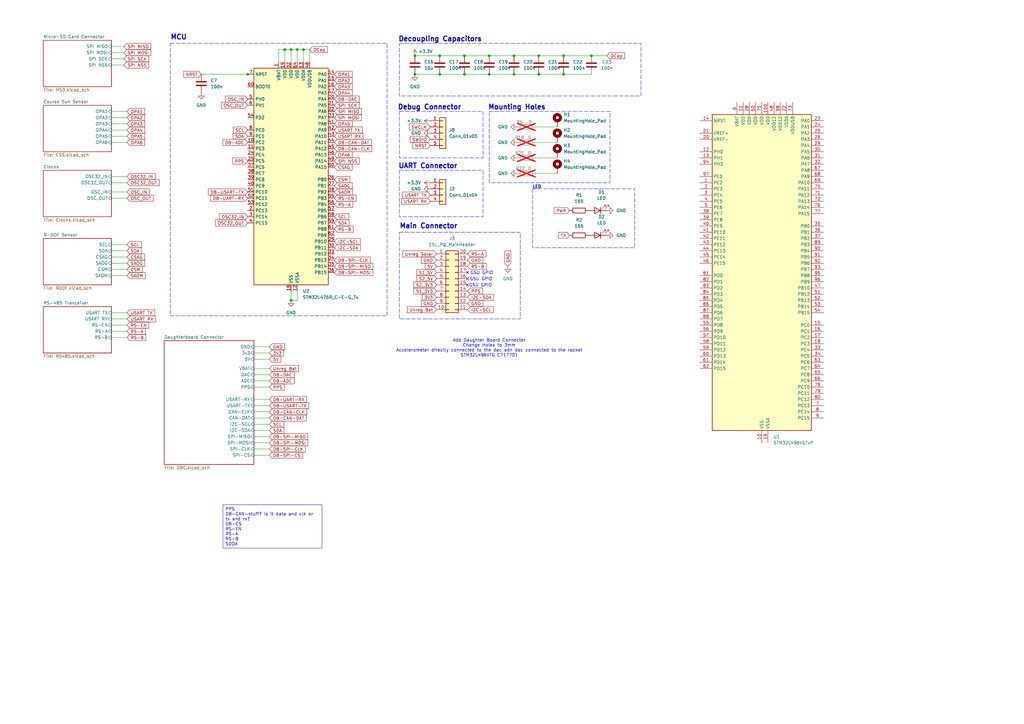
<source format=kicad_sch>
(kicad_sch (version 20231120) (generator "eeschema") (generator_version "8.0")
  (paper "A3")
  (title_block (title "ADCS OBC") (date "2024-04-18") (rev "V1") (comment 1 "22619291") (comment 2 "DP Theron"))
  (lib_symbols
    (symbol "+3.3V_1" (power) (pin_numbers hide) (pin_names (offset 0) hide)
      (property "Value" "+3.3V" (at 0 3.556 0))
      (symbol "+3.3V_1_1_1"
        (pin power_in line (at 0 0 90) (length 0) (name "~") (number "1"))
      )
    )
    (symbol "Connector_Generic:Conn_01x04" (pin_names (offset 1.016) hide)
      (property "Reference" "J" (at 0 5.08 0))
      (property "Value" "Conn_01x04" (at 0 -7.62 0))
      (symbol "Conn_01x04_1_1"
        (pin passive line (at -5.08 2.54 0) (length 3.81) (name "Pin_1") (number "1"))
        (pin passive line (at -5.08 0 0) (length 3.81) (name "Pin_2") (number "2"))
        (pin passive line (at -5.08 -2.54 0) (length 3.81) (name "Pin_3") (number "3"))
        (pin passive line (at -5.08 -5.08 0) (length 3.81) (name "Pin_4") (number "4"))
      )
    )
    (symbol "Connector_Generic:Conn_01x05" (pin_names (offset 1.016) hide)
      (property "Reference" "J" (at 0 7.62 0))
      (property "Value" "Conn_01x05" (at 0 -7.62 0))
      (symbol "Conn_01x05_1_1"
        (pin passive line (at -5.08 5.08 0) (length 3.81) (name "Pin_1") (number "1"))
        (pin passive line (at -5.08 2.54 0) (length 3.81) (name "Pin_2") (number "2"))
        (pin passive line (at -5.08 0 0) (length 3.81) (name "Pin_3") (number "3"))
        (pin passive line (at -5.08 -2.54 0) (length 3.81) (name "Pin_4") (number "4"))
        (pin passive line (at -5.08 -5.08 0) (length 3.81) (name "Pin_5") (number "5"))
      )
    )
    (symbol "Device:C" (pin_numbers hide) (pin_names (offset 0.254))
      (property "Reference" "C" (at 0.635 2.54 0))
      (property "Value" "C" (at 0.635 -2.54 0))
      (symbol "C_1_1"
        (pin passive line (at 0 3.81 270) (length 2.794) (name "~") (number "1"))
        (pin passive line (at 0 -3.81 90) (length 2.794) (name "~") (number "2"))
      )
    )
    (symbol "Device:LED" (pin_numbers hide) (pin_names (offset 1.016) hide)
      (property "Reference" "D" (at 0 2.54 0))
      (property "Value" "LED" (at 0 -2.54 0))
      (symbol "LED_1_1"
        (pin passive line (at -3.81 0 0) (length 2.54) (name "K") (number "1"))
        (pin passive line (at 3.81 0 180) (length 2.54) (name "A") (number "2"))
      )
    )
    (symbol "Device:R" (pin_numbers hide) (pin_names (offset 0))
      (property "Reference" "R" (at 2.032 0 90))
      (property "Value" "R" (at 0 0 90))
      (symbol "R_1_1"
        (pin passive line (at 0 3.81 270) (length 1.27) (name "~") (number "1"))
        (pin passive line (at 0 -3.81 90) (length 1.27) (name "~") (number "2"))
      )
    )
    (symbol "ESL_PQ:Conn_02x10_Counter_Clockwise" (pin_names (offset 1.016) hide)
      (property "Reference" "J" (at 1.27 12.7 0))
      (property "Value" "Conn_02x10_Counter_Clockwise" (at 1.27 -15.24 0))
      (symbol "Conn_02x10_Counter_Clockwise_1_1"
        (pin passive line (at -5.08 10.16 0) (length 3.81) (name "Pin_1") (number "1"))
        (pin passive line (at -5.08 -12.7 0) (length 3.81) (name "Pin_10") (number "10"))
        (pin passive line (at 7.62 -12.7 180) (length 3.81) (name "Pin_11") (number "11"))
        (pin passive line (at 7.62 -10.16 180) (length 3.81) (name "Pin_12") (number "12"))
        (pin passive line (at 7.62 -7.62 180) (length 3.81) (name "Pin_13") (number "13"))
        (pin passive line (at 7.62 -5.08 180) (length 3.81) (name "Pin_14") (number "14"))
        (pin passive line (at 7.62 -2.54 180) (length 3.81) (name "Pin_15") (number "15"))
        (pin passive line (at 7.62 0 180) (length 3.81) (name "Pin_16") (number "16"))
        (pin passive line (at 7.62 2.54 180) (length 3.81) (name "Pin_17") (number "17"))
        (pin passive line (at 7.62 5.08 180) (length 3.81) (name "Pin_18") (number "18"))
        (pin passive line (at 7.62 7.62 180) (length 3.81) (name "Pin_19") (number "19"))
        (pin passive line (at -5.08 7.62 0) (length 3.81) (name "Pin_2") (number "2"))
        (pin passive line (at 7.62 10.16 180) (length 3.81) (name "Pin_20") (number "20"))
        (pin passive line (at -5.08 5.08 0) (length 3.81) (name "Pin_3") (number "3"))
        (pin passive line (at -5.08 2.54 0) (length 3.81) (name "Pin_4") (number "4"))
        (pin passive line (at -5.08 0 0) (length 3.81) (name "Pin_5") (number "5"))
        (pin passive line (at -5.08 -2.54 0) (length 3.81) (name "Pin_6") (number "6"))
        (pin passive line (at -5.08 -5.08 0) (length 3.81) (name "Pin_7") (number "7"))
        (pin passive line (at -5.08 -7.62 0) (length 3.81) (name "Pin_8") (number "8"))
        (pin passive line (at -5.08 -10.16 0) (length 3.81) (name "Pin_9") (number "9"))
      )
    )
    (symbol "GND_1" (power) (pin_numbers hide) (pin_names (offset 0) hide)
      (property "Value" "GND" (at 0 -3.81 0))
      (symbol "GND_1_1_1"
        (pin power_in line (at 0 0 270) (length 0) (name "~") (number "1"))
      )
    )
    (symbol "GND_2" (power) (pin_numbers hide) (pin_names (offset 0) hide)
      (property "Value" "GND" (at 0 -3.81 0))
      (symbol "GND_2_1_1"
        (pin power_in line (at 0 0 270) (length 0) (name "~") (number "1"))
      )
    )
    (symbol "MCU_ST_STM32L4:STM32L476R_C-E-G_Tx"
      (property "Reference" "U" (at -15.24 46.99 0))
      (property "Value" "STM32L476R_C-E-G_Tx" (at 10.16 46.99 0))
      (symbol "STM32L476R_C-E-G_Tx_1_1"
        (pin power_in line (at -5.08 48.26 270) (length 2.54) (name "VBAT") (number "1"))
        (pin bidirectional line (at -17.78 15.24 0) (length 2.54) (name "PC2") (number "10"))
        (pin bidirectional line (at -17.78 12.7 0) (length 2.54) (name "PC3") (number "11"))
        (pin power_in line (at 2.54 -45.72 90) (length 2.54) (name "VSSA") (number "12"))
        (pin power_in line (at 5.08 48.26 270) (length 2.54) (name "VDDA") (number "13"))
        (pin bidirectional line (at 17.78 43.18 180) (length 2.54) (name "PA0") (number "14"))
        (pin bidirectional line (at 17.78 40.64 180) (length 2.54) (name "PA1") (number "15"))
        (pin bidirectional line (at 17.78 38.1 180) (length 2.54) (name "PA2") (number "16"))
        (pin bidirectional line (at 17.78 35.56 180) (length 2.54) (name "PA3") (number "17"))
        (pin power_in line (at 0 -45.72 90) (length 2.54) (name "VSS") (number "18"))
        (pin power_in line (at -2.54 48.26 270) (length 2.54) (name "VDD") (number "19"))
        (pin bidirectional line (at -17.78 -12.7 0) (length 2.54) (name "PC13") (number "2"))
        (pin bidirectional line (at 17.78 33.02 180) (length 2.54) (name "PA4") (number "20"))
        (pin bidirectional line (at 17.78 30.48 180) (length 2.54) (name "PA5") (number "21"))
        (pin bidirectional line (at 17.78 27.94 180) (length 2.54) (name "PA6") (number "22"))
        (pin bidirectional line (at 17.78 25.4 180) (length 2.54) (name "PA7") (number "23"))
        (pin bidirectional line (at -17.78 10.16 0) (length 2.54) (name "PC4") (number "24"))
        (pin bidirectional line (at -17.78 7.62 0) (length 2.54) (name "PC5") (number "25"))
        (pin bidirectional line (at 17.78 0 180) (length 2.54) (name "PB0") (number "26"))
        (pin bidirectional line (at 17.78 -2.54 180) (length 2.54) (name "PB1") (number "27"))
        (pin bidirectional line (at 17.78 -5.08 180) (length 2.54) (name "PB2") (number "28"))
        (pin bidirectional line (at 17.78 -25.4 180) (length 2.54) (name "PB10") (number "29"))
        (pin bidirectional line (at -17.78 -15.24 0) (length 2.54) (name "PC14") (number "3"))
        (pin bidirectional line (at 17.78 -27.94 180) (length 2.54) (name "PB11") (number "30"))
        (pin passive line (at 0 -45.72 90) (length 2.54) hide (name "VSS") (number "31"))
        (pin power_in line (at 0 48.26 270) (length 2.54) (name "VDD") (number "32"))
        (pin bidirectional line (at 17.78 -30.48 180) (length 2.54) (name "PB12") (number "33"))
        (pin bidirectional line (at 17.78 -33.02 180) (length 2.54) (name "PB13") (number "34"))
        (pin bidirectional line (at 17.78 -35.56 180) (length 2.54) (name "PB14") (number "35"))
        (pin bidirectional line (at 17.78 -38.1 180) (length 2.54) (name "PB15") (number "36"))
        (pin bidirectional line (at -17.78 5.08 0) (length 2.54) (name "PC6") (number "37"))
        (pin bidirectional line (at -17.78 2.54 0) (length 2.54) (name "PC7") (number "38"))
        (pin bidirectional line (at -17.78 0 0) (length 2.54) (name "PC8") (number "39"))
        (pin bidirectional line (at -17.78 -17.78 0) (length 2.54) (name "PC15") (number "4"))
        (pin bidirectional line (at -17.78 -2.54 0) (length 2.54) (name "PC9") (number "40"))
        (pin bidirectional line (at 17.78 22.86 180) (length 2.54) (name "PA8") (number "41"))
        (pin bidirectional line (at 17.78 20.32 180) (length 2.54) (name "PA9") (number "42"))
        (pin bidirectional line (at 17.78 17.78 180) (length 2.54) (name "PA10") (number "43"))
        (pin bidirectional line (at 17.78 15.24 180) (length 2.54) (name "PA11") (number "44"))
        (pin bidirectional line (at 17.78 12.7 180) (length 2.54) (name "PA12") (number "45"))
        (pin bidirectional line (at 17.78 10.16 180) (length 2.54) (name "PA13") (number "46"))
        (pin passive line (at 0 -45.72 90) (length 2.54) hide (name "VSS") (number "47"))
        (pin power_in line (at 7.62 48.26 270) (length 2.54) (name "VDDUSB") (number "48"))
        (pin bidirectional line (at 17.78 7.62 180) (length 2.54) (name "PA14") (number "49"))
        (pin bidirectional line (at -17.78 33.02 0) (length 2.54) (name "PH0") (number "5"))
        (pin bidirectional line (at 17.78 5.08 180) (length 2.54) (name "PA15") (number "50"))
        (pin bidirectional line (at -17.78 -5.08 0) (length 2.54) (name "PC10") (number "51"))
        (pin bidirectional line (at -17.78 -7.62 0) (length 2.54) (name "PC11") (number "52"))
        (pin bidirectional line (at -17.78 -10.16 0) (length 2.54) (name "PC12") (number "53"))
        (pin bidirectional line (at -17.78 25.4 0) (length 2.54) (name "PD2") (number "54"))
        (pin bidirectional line (at 17.78 -7.62 180) (length 2.54) (name "PB3") (number "55"))
        (pin bidirectional line (at 17.78 -10.16 180) (length 2.54) (name "PB4") (number "56"))
        (pin bidirectional line (at 17.78 -12.7 180) (length 2.54) (name "PB5") (number "57"))
        (pin bidirectional line (at 17.78 -15.24 180) (length 2.54) (name "PB6") (number "58"))
        (pin bidirectional line (at 17.78 -17.78 180) (length 2.54) (name "PB7") (number "59"))
        (pin bidirectional line (at -17.78 30.48 0) (length 2.54) (name "PH1") (number "6"))
        (pin input line (at -17.78 38.1 0) (length 2.54) (name "BOOT0") (number "60"))
        (pin bidirectional line (at 17.78 -20.32 180) (length 2.54) (name "PB8") (number "61"))
        (pin bidirectional line (at 17.78 -22.86 180) (length 2.54) (name "PB9") (number "62"))
        (pin passive line (at 0 -45.72 90) (length 2.54) hide (name "VSS") (number "63"))
        (pin power_in line (at 2.54 48.26 270) (length 2.54) (name "VDD") (number "64"))
        (pin input line (at -17.78 43.18 0) (length 2.54) (name "NRST") (number "7"))
        (pin bidirectional line (at -17.78 20.32 0) (length 2.54) (name "PC0") (number "8"))
        (pin bidirectional line (at -17.78 17.78 0) (length 2.54) (name "PC1") (number "9"))
      )
    )
    (symbol "MCU_ST_STM32L4:STM32L496VGTxP"
      (property "Reference" "U" (at -20.32 67.31 0))
      (property "Value" "STM32L496VGTxP" (at 15.24 67.31 0))
      (symbol "STM32L496VGTxP_1_1"
        (pin bidirectional line (at -25.4 38.1 0) (length 5.08) (name "PE2") (number "1"))
        (pin power_in line (at 0 -68.58 90) (length 5.08) (name "VSS") (number "10"))
        (pin power_in line (at 2.54 71.12 270) (length 5.08) (name "VDD") (number "100"))
        (pin power_in line (at -7.62 71.12 270) (length 5.08) (name "VDD") (number "11"))
        (pin bidirectional line (at -25.4 50.8 0) (length 5.08) (name "PH0") (number "12"))
        (pin bidirectional line (at -25.4 48.26 0) (length 5.08) (name "PH1") (number "13"))
        (pin input line (at -25.4 63.5 0) (length 5.08) (name "NRST") (number "14"))
        (pin bidirectional line (at 25.4 -20.32 180) (length 5.08) (name "PC0") (number "15"))
        (pin bidirectional line (at 25.4 -22.86 180) (length 5.08) (name "PC1") (number "16"))
        (pin bidirectional line (at 25.4 -25.4 180) (length 5.08) (name "PC2") (number "17"))
        (pin bidirectional line (at 25.4 -27.94 180) (length 5.08) (name "PC3") (number "18"))
        (pin power_in line (at 2.54 -68.58 90) (length 5.08) (name "VSSA") (number "19"))
        (pin bidirectional line (at -25.4 35.56 0) (length 5.08) (name "PE3") (number "2"))
        (pin input line (at -25.4 55.88 0) (length 5.08) (name "VREF-") (number "20"))
        (pin input line (at -25.4 58.42 0) (length 5.08) (name "VREF+") (number "21"))
        (pin power_in line (at 10.16 71.12 270) (length 5.08) (name "VDDA") (number "22"))
        (pin bidirectional line (at 25.4 63.5 180) (length 5.08) (name "PA0") (number "23"))
        (pin bidirectional line (at 25.4 60.96 180) (length 5.08) (name "PA1") (number "24"))
        (pin bidirectional line (at 25.4 58.42 180) (length 5.08) (name "PA2") (number "25"))
        (pin bidirectional line (at 25.4 55.88 180) (length 5.08) (name "PA3") (number "26"))
        (pin passive line (at 0 -68.58 90) (length 5.08) hide (name "VSS") (number "27"))
        (pin power_in line (at -5.08 71.12 270) (length 5.08) (name "VDD") (number "28"))
        (pin bidirectional line (at 25.4 53.34 180) (length 5.08) (name "PA4") (number "29"))
        (pin bidirectional line (at -25.4 33.02 0) (length 5.08) (name "PE4") (number "3"))
        (pin bidirectional line (at 25.4 50.8 180) (length 5.08) (name "PA5") (number "30"))
        (pin bidirectional line (at 25.4 48.26 180) (length 5.08) (name "PA6") (number "31"))
        (pin bidirectional line (at 25.4 45.72 180) (length 5.08) (name "PA7") (number "32"))
        (pin bidirectional line (at 25.4 -30.48 180) (length 5.08) (name "PC4") (number "33"))
        (pin bidirectional line (at 25.4 -33.02 180) (length 5.08) (name "PC5") (number "34"))
        (pin bidirectional line (at 25.4 20.32 180) (length 5.08) (name "PB0") (number "35"))
        (pin bidirectional line (at 25.4 17.78 180) (length 5.08) (name "PB1") (number "36"))
        (pin bidirectional line (at 25.4 15.24 180) (length 5.08) (name "PB2") (number "37"))
        (pin bidirectional line (at -25.4 25.4 0) (length 5.08) (name "PE7") (number "38"))
        (pin bidirectional line (at -25.4 22.86 0) (length 5.08) (name "PE8") (number "39"))
        (pin bidirectional line (at -25.4 30.48 0) (length 5.08) (name "PE5") (number "4"))
        (pin bidirectional line (at -25.4 20.32 0) (length 5.08) (name "PE9") (number "40"))
        (pin bidirectional line (at -25.4 17.78 0) (length 5.08) (name "PE10") (number "41"))
        (pin bidirectional line (at -25.4 15.24 0) (length 5.08) (name "PE11") (number "42"))
        (pin bidirectional line (at -25.4 12.7 0) (length 5.08) (name "PE12") (number "43"))
        (pin bidirectional line (at -25.4 10.16 0) (length 5.08) (name "PE13") (number "44"))
        (pin bidirectional line (at -25.4 7.62 0) (length 5.08) (name "PE14") (number "45"))
        (pin bidirectional line (at -25.4 5.08 0) (length 5.08) (name "PE15") (number "46"))
        (pin bidirectional line (at 25.4 -5.08 180) (length 5.08) (name "PB10") (number "47"))
        (pin power_in line (at 5.08 71.12 270) (length 5.08) (name "VDD12") (number "48"))
        (pin passive line (at 0 -68.58 90) (length 5.08) hide (name "VSS") (number "49"))
        (pin bidirectional line (at -25.4 27.94 0) (length 5.08) (name "PE6") (number "5"))
        (pin power_in line (at -2.54 71.12 270) (length 5.08) (name "VDD") (number "50"))
        (pin bidirectional line (at 25.4 -7.62 180) (length 5.08) (name "PB12") (number "51"))
        (pin bidirectional line (at 25.4 -10.16 180) (length 5.08) (name "PB13") (number "52"))
        (pin bidirectional line (at 25.4 -12.7 180) (length 5.08) (name "PB14") (number "53"))
        (pin bidirectional line (at 25.4 -15.24 180) (length 5.08) (name "PB15") (number "54"))
        (pin bidirectional line (at -25.4 -20.32 0) (length 5.08) (name "PD8") (number "55"))
        (pin bidirectional line (at -25.4 -22.86 0) (length 5.08) (name "PD9") (number "56"))
        (pin bidirectional line (at -25.4 -25.4 0) (length 5.08) (name "PD10") (number "57"))
        (pin bidirectional line (at -25.4 -27.94 0) (length 5.08) (name "PD11") (number "58"))
        (pin bidirectional line (at -25.4 -30.48 0) (length 5.08) (name "PD12") (number "59"))
        (pin power_in line (at -10.16 71.12 270) (length 5.08) (name "VBAT") (number "6"))
        (pin bidirectional line (at -25.4 -33.02 0) (length 5.08) (name "PD13") (number "60"))
        (pin bidirectional line (at -25.4 -35.56 0) (length 5.08) (name "PD14") (number "61"))
        (pin bidirectional line (at -25.4 -38.1 0) (length 5.08) (name "PD15") (number "62"))
        (pin bidirectional line (at 25.4 -35.56 180) (length 5.08) (name "PC6") (number "63"))
        (pin bidirectional line (at 25.4 -38.1 180) (length 5.08) (name "PC7") (number "64"))
        (pin bidirectional line (at 25.4 -40.64 180) (length 5.08) (name "PC8") (number "65"))
        (pin bidirectional line (at 25.4 -43.18 180) (length 5.08) (name "PC9") (number "66"))
        (pin bidirectional line (at 25.4 43.18 180) (length 5.08) (name "PA8") (number "67"))
        (pin bidirectional line (at 25.4 40.64 180) (length 5.08) (name "PA9") (number "68"))
        (pin bidirectional line (at 25.4 38.1 180) (length 5.08) (name "PA10") (number "69"))
        (pin bidirectional line (at 25.4 -53.34 180) (length 5.08) (name "PC13") (number "7"))
        (pin bidirectional line (at 25.4 35.56 180) (length 5.08) (name "PA11") (number "70"))
        (pin bidirectional line (at 25.4 33.02 180) (length 5.08) (name "PA12") (number "71"))
        (pin bidirectional line (at 25.4 30.48 180) (length 5.08) (name "PA13") (number "72"))
        (pin power_in line (at 12.7 71.12 270) (length 5.08) (name "VDDUSB") (number "73"))
        (pin passive line (at 0 -68.58 90) (length 5.08) hide (name "VSS") (number "74"))
        (pin power_in line (at 0 71.12 270) (length 5.08) (name "VDD") (number "75"))
        (pin bidirectional line (at 25.4 27.94 180) (length 5.08) (name "PA14") (number "76"))
        (pin bidirectional line (at 25.4 25.4 180) (length 5.08) (name "PA15") (number "77"))
        (pin bidirectional line (at 25.4 -45.72 180) (length 5.08) (name "PC10") (number "78"))
        (pin bidirectional line (at 25.4 -48.26 180) (length 5.08) (name "PC11") (number "79"))
        (pin bidirectional line (at 25.4 -55.88 180) (length 5.08) (name "PC14") (number "8"))
        (pin bidirectional line (at 25.4 -50.8 180) (length 5.08) (name "PC12") (number "80"))
        (pin bidirectional line (at -25.4 0 0) (length 5.08) (name "PD0") (number "81"))
        (pin bidirectional line (at -25.4 -2.54 0) (length 5.08) (name "PD1") (number "82"))
        (pin bidirectional line (at -25.4 -5.08 0) (length 5.08) (name "PD2") (number "83"))
        (pin bidirectional line (at -25.4 -7.62 0) (length 5.08) (name "PD3") (number "84"))
        (pin bidirectional line (at -25.4 -10.16 0) (length 5.08) (name "PD4") (number "85"))
        (pin bidirectional line (at -25.4 -12.7 0) (length 5.08) (name "PD5") (number "86"))
        (pin bidirectional line (at -25.4 -15.24 0) (length 5.08) (name "PD6") (number "87"))
        (pin bidirectional line (at -25.4 -17.78 0) (length 5.08) (name "PD7") (number "88"))
        (pin bidirectional line (at 25.4 12.7 180) (length 5.08) (name "PB3") (number "89"))
        (pin bidirectional line (at 25.4 -58.42 180) (length 5.08) (name "PC15") (number "9"))
        (pin bidirectional line (at 25.4 10.16 180) (length 5.08) (name "PB4") (number "90"))
        (pin bidirectional line (at 25.4 7.62 180) (length 5.08) (name "PB5") (number "91"))
        (pin bidirectional line (at 25.4 5.08 180) (length 5.08) (name "PB6") (number "92"))
        (pin bidirectional line (at 25.4 2.54 180) (length 5.08) (name "PB7") (number "93"))
        (pin bidirectional line (at -25.4 45.72 0) (length 5.08) (name "PH3") (number "94"))
        (pin bidirectional line (at 25.4 0 180) (length 5.08) (name "PB8") (number "95"))
        (pin bidirectional line (at 25.4 -2.54 180) (length 5.08) (name "PB9") (number "96"))
        (pin bidirectional line (at -25.4 40.64 0) (length 5.08) (name "PE0") (number "97"))
        (pin power_in line (at 7.62 71.12 270) (length 5.08) (name "VDD12") (number "98"))
        (pin passive line (at 0 -68.58 90) (length 5.08) hide (name "VSS") (number "99"))
      )
    )
    (symbol "Mechanical:MountingHole_Pad" (pin_numbers hide) (pin_names (offset 1.016) hide) (exclude_from_sim yes) (in_bom no)
      (property "Reference" "H" (at 0 6.35 0))
      (property "Value" "MountingHole_Pad" (at 0 4.445 0))
      (symbol "MountingHole_Pad_1_1"
        (pin input line (at 0 -2.54 90) (length 2.54) (name "1") (number "1"))
      )
    )
    (symbol "power:+3.3V" (power) (pin_names (offset 0))
      (property "Value" "+3.3V" (at 0 3.556 0))
      (symbol "+3.3V_1_1"
        (pin power_in line (at 0 0 90) (length 0) hide (name "+3.3V") (number "1"))
      )
    )
    (symbol "power:GND" (power) (pin_names (offset 0))
      (property "Value" "GND" (at 0 -3.81 0))
      (symbol "GND_1_1"
        (pin power_in line (at 0 0 270) (length 0) hide (name "GND") (number "1"))
      )
    )
  )
  (junction (at 242.57 22.86))
  (junction (at 180.34 22.86))
  (junction (at 180.34 30.48))
  (junction (at 231.14 30.48))
  (junction (at 220.98 22.86))
  (junction (at 121.92 20.32))
  (junction (at 210.82 22.86))
  (junction (at 190.5 30.48))
  (junction (at 190.5 22.86))
  (junction (at 170.18 30.48))
  (junction (at 220.98 30.48))
  (junction (at 200.66 30.48))
  (junction (at 210.82 30.48))
  (junction (at 119.38 123.19))
  (junction (at 200.66 22.86))
  (junction (at 101.6 30.48))
  (junction (at 119.38 20.32))
  (junction (at 231.14 22.86))
  (junction (at 116.84 20.32))
  (junction (at 170.18 22.86))
  (junction (at 124.46 20.32))
  (no_connect (at 191.77 116.84))
  (no_connect (at 191.77 111.76))
  (no_connect (at 191.77 114.3))
  (wire (pts (xy 190.5 30.48) (xy 200.66 30.48)))
  (wire (pts (xy 116.84 20.32) (xy 116.84 25.4)))
  (wire (pts (xy 170.18 22.86) (xy 180.34 22.86)))
  (wire (pts (xy 104.14 163.83) (xy 110.49 163.83)))
  (wire (pts (xy 121.92 20.32) (xy 121.92 25.4)))
  (wire (pts (xy 45.72 113.03) (xy 52.07 113.03)))
  (wire (pts (xy 219.71 64.77) (xy 228.6 64.77)))
  (wire (pts (xy 127 20.32) (xy 124.46 20.32)))
  (wire (pts (xy 45.72 130.81) (xy 52.07 130.81)))
  (wire (pts (xy 45.72 48.26) (xy 52.07 48.26)))
  (wire (pts (xy 82.55 30.48) (xy 101.6 30.48)))
  (wire (pts (xy 219.71 52.07) (xy 228.6 52.07)))
  (wire (pts (xy 127 25.4) (xy 127 20.32)))
  (wire (pts (xy 116.84 20.32) (xy 114.3 20.32)))
  (wire (pts (xy 45.72 74.93) (xy 52.07 74.93)))
  (wire (pts (xy 104.14 151.13) (xy 110.49 151.13)))
  (wire (pts (xy 220.98 30.48) (xy 231.14 30.48)))
  (wire (pts (xy 45.72 55.88) (xy 52.07 55.88)))
  (wire (pts (xy 104.14 179.07) (xy 110.49 179.07)))
  (wire (pts (xy 45.72 128.27) (xy 52.07 128.27)))
  (wire (pts (xy 210.82 30.48) (xy 220.98 30.48)))
  (wire (pts (xy 101.6 30.48) (xy 104.14 30.48)))
  (wire (pts (xy 104.14 168.91) (xy 110.49 168.91)))
  (wire (pts (xy 45.72 24.13) (xy 50.8 24.13)))
  (wire (pts (xy 200.66 30.48) (xy 210.82 30.48)))
  (wire (pts (xy 104.14 158.75) (xy 110.49 158.75)))
  (wire (pts (xy 45.72 133.35) (xy 52.07 133.35)))
  (wire (pts (xy 45.72 107.95) (xy 52.07 107.95)))
  (wire (pts (xy 200.66 22.86) (xy 210.82 22.86)))
  (wire (pts (xy 45.72 78.74) (xy 52.07 78.74)))
  (wire (pts (xy 104.14 173.99) (xy 110.49 173.99)))
  (wire (pts (xy 119.38 123.19) (xy 121.92 123.19)))
  (wire (pts (xy 219.71 71.12) (xy 228.6 71.12)))
  (wire (pts (xy 45.72 102.87) (xy 52.07 102.87)))
  (wire (pts (xy 45.72 53.34) (xy 52.07 53.34)))
  (wire (pts (xy 104.14 144.78) (xy 110.49 144.78)))
  (wire (pts (xy 114.3 20.32) (xy 114.3 25.4)))
  (wire (pts (xy 45.72 110.49) (xy 52.07 110.49)))
  (wire (pts (xy 45.72 50.8) (xy 52.07 50.8)))
  (wire (pts (xy 45.72 72.39) (xy 52.07 72.39)))
  (wire (pts (xy 45.72 58.42) (xy 52.07 58.42)))
  (wire (pts (xy 231.14 22.86) (xy 242.57 22.86)))
  (wire (pts (xy 45.72 100.33) (xy 52.07 100.33)))
  (wire (pts (xy 104.14 184.15) (xy 110.49 184.15)))
  (wire (pts (xy 45.72 135.89) (xy 52.07 135.89)))
  (wire (pts (xy 116.84 20.32) (xy 119.38 20.32)))
  (wire (pts (xy 231.14 30.48) (xy 242.57 30.48)))
  (wire (pts (xy 121.92 123.19) (xy 121.92 119.38)))
  (wire (pts (xy 104.14 181.61) (xy 110.49 181.61)))
  (wire (pts (xy 104.14 171.45) (xy 110.49 171.45)))
  (wire (pts (xy 104.14 186.69) (xy 110.49 186.69)))
  (wire (pts (xy 210.82 22.86) (xy 220.98 22.86)))
  (wire (pts (xy 45.72 105.41) (xy 52.07 105.41)))
  (wire (pts (xy 45.72 45.72) (xy 52.07 45.72)))
  (wire (pts (xy 45.72 138.43) (xy 52.07 138.43)))
  (wire (pts (xy 180.34 30.48) (xy 190.5 30.48)))
  (wire (pts (xy 190.5 22.86) (xy 200.66 22.86)))
  (wire (pts (xy 104.14 147.32) (xy 110.49 147.32)))
  (wire (pts (xy 219.71 58.42) (xy 228.6 58.42)))
  (wire (pts (xy 104.14 166.37) (xy 110.49 166.37)))
  (wire (pts (xy 104.14 153.67) (xy 110.49 153.67)))
  (wire (pts (xy 104.14 142.24) (xy 110.49 142.24)))
  (wire (pts (xy 45.72 26.67) (xy 50.8 26.67)))
  (wire (pts (xy 220.98 22.86) (xy 231.14 22.86)))
  (wire (pts (xy 45.72 81.28) (xy 52.07 81.28)))
  (wire (pts (xy 124.46 20.32) (xy 124.46 25.4)))
  (wire (pts (xy 45.72 21.59) (xy 50.8 21.59)))
  (wire (pts (xy 104.14 156.21) (xy 110.49 156.21)))
  (wire (pts (xy 119.38 119.38) (xy 119.38 123.19)))
  (wire (pts (xy 119.38 20.32) (xy 121.92 20.32)))
  (wire (pts (xy 180.34 22.86) (xy 190.5 22.86)))
  (wire (pts (xy 119.38 20.32) (xy 119.38 25.4)))
  (wire (pts (xy 242.57 22.86) (xy 248.92 22.86)))
  (wire (pts (xy 104.14 176.53) (xy 110.49 176.53)))
  (wire (pts (xy 124.46 20.32) (xy 121.92 20.32)))
  (wire (pts (xy 170.18 30.48) (xy 180.34 30.48)))
  (wire (pts (xy 45.72 19.05) (xy 50.8 19.05)))
  (rectangle (start 200.66 45.72) (end 250.19 74.93) (stroke (width 0) (type dash)))
  (rectangle (start 163.83 95.25) (end 213.36 130.81) (stroke (width 0) (type dash)))
  (rectangle (start 163.83 69.85) (end 198.12 88.9) (stroke (width 0) (type dash)))
  (rectangle (start 69.85 17.78) (end 158.75 129.54) (stroke (width 0) (type dash)))
  (rectangle (start 163.83 17.78) (end 262.89 39.37) (stroke (width 0) (type dash)))
  (rectangle (start 163.83 45.72) (end 198.12 64.77) (stroke (width 0) (type dash)))
  (rectangle (start 218.44 77.47) (end 260.35 101.6) (stroke (width 0) (type dash)))
  (text_box "PPS\nDB-CAN-stuff? is it data and clk or tx and rx?\nDB-CS\nRS-EN\nRS-A\nRS-B\nSDOA\n" (at 91.44 207.01 0) (size 40.64 17.78) (effects (font (size 1.27 1.27)) (justify left top)))
  (text "GSU GPIO" (at 197.104 117.094 0) (effects (font (size 1.27 1.27))))
  (text "UART Connector" (at 163.322 69.342 0) (effects (font (size 2 2) (thickness 0.4) (bold yes)) (justify left bottom)))
  (text "LED" (at 220.218 76.708 0) (effects (font (size 1.27 1.27) (thickness 0.254) (bold yes))))
  (text "Decoupling Capacitors" (at 163.322 17.272 0) (effects (font (size 2 2) (bold yes)) (justify left bottom)))
  (text "Mounting Holes" (at 200.152 45.212 0) (effects (font (size 2 2) (thickness 0.4) (bold yes)) (justify left bottom)))
  (text "GSU GPIO" (at 197.612 112.014 0) (effects (font (size 1.27 1.27))))
  (text "Debug Connector" (at 163.068 45.212 0) (effects (font (size 2 2) (thickness 0.4) (bold yes)) (justify left bottom)))
  (text "Add Daughter Board Connecter\nChange Holes to 3mm\nAccelerometer directly connected to the dac adn dac connected to the rocket\nSTM32L496VTG C717701" (at 200.66 142.748 0) (effects (font (size 1.27 1.27))))
  (text "Main Connector" (at 163.83 93.98 0) (effects (font (size 2 2) (thickness 0.4) (bold yes)) (justify left bottom)))
  (text "GSU GPIO" (at 197.358 114.554 0) (effects (font (size 1.27 1.27))))
  (text "MCU" (at 69.85 16.51 0) (effects (font (size 2 2) (bold yes)) (justify left bottom)))
  (global_label "USART RX" (shape input) (at 137.16 55.88 0) (property "Intersheetrefs" "${INTERSHEET_REFS}" (effects (hide yes))))
  (global_label "I2C-SDA" (shape input) (at 137.16 101.6 0) (property "Intersheetrefs" "${INTERSHEET_REFS}" (effects (hide yes))))
  (global_label "SDA" (shape input) (at 101.6 55.88 180) (property "Intersheetrefs" "${INTERSHEET_REFS}" (effects (hide yes))))
  (global_label "OSC32_OUT" (shape input) (at 101.6 91.44 180) (property "Intersheetrefs" "${INTERSHEET_REFS}" (effects (hide yes))))
  (global_label "USART RX" (shape input) (at 52.07 130.81 0) (property "Intersheetrefs" "${INTERSHEET_REFS}" (effects (hide yes))))
  (global_label "OSC32_OUT" (shape input) (at 52.07 74.93 0) (property "Intersheetrefs" "${INTERSHEET_REFS}" (effects (hide yes))))
  (global_label "RS-A" (shape input) (at 137.16 83.82 0) (property "Intersheetrefs" "${INTERSHEET_REFS}" (effects (hide yes))))
  (global_label "SWDIO" (shape input) (at 176.53 57.15 180) (property "Intersheetrefs" "${INTERSHEET_REFS}" (effects (hide yes))))
  (global_label "SAOG" (shape input) (at 137.16 76.2 0) (property "Intersheetrefs" "${INTERSHEET_REFS}" (effects (hide yes))))
  (global_label "RS-B" (shape input) (at 52.07 138.43 0) (property "Intersheetrefs" "${INTERSHEET_REFS}" (effects (hide yes))))
  (global_label "RS-A" (shape input) (at 52.07 135.89 0) (property "Intersheetrefs" "${INTERSHEET_REFS}" (effects (hide yes))))
  (global_label "SPI SCK" (shape input) (at 137.16 43.18 0) (property "Intersheetrefs" "${INTERSHEET_REFS}" (effects (hide yes))))
  (global_label "DB-CAN-CLK" (shape input) (at 110.49 168.91 0) (property "Intersheetrefs" "${INTERSHEET_REFS}" (effects (hide yes))))
  (global_label "SCL" (shape input) (at 101.6 53.34 180) (property "Intersheetrefs" "${INTERSHEET_REFS}" (effects (hide yes))))
  (global_label "SPI MOSI" (shape input) (at 50.8 21.59 0) (property "Intersheetrefs" "${INTERSHEET_REFS}" (effects (hide yes))))
  (global_label "OPA4" (shape input) (at 137.16 38.1 0) (property "Intersheetrefs" "${INTERSHEET_REFS}" (effects (hide yes))))
  (global_label "S1_5V" (shape input) (at 179.07 111.76 180) (property "Intersheetrefs" "${INTERSHEET_REFS}" (effects (hide yes))))
  (global_label "GND" (shape input) (at 191.77 124.46 0) (property "Intersheetrefs" "${INTERSHEET_REFS}" (effects (hide yes))))
  (global_label "SDA" (shape input) (at 137.16 91.44 0) (property "Intersheetrefs" "${INTERSHEET_REFS}" (effects (hide yes))))
  (global_label "DB-UART-RX" (shape input) (at 110.49 163.83 0) (property "Intersheetrefs" "${INTERSHEET_REFS}" (effects (hide yes))))
  (global_label "OPA4" (shape input) (at 52.07 53.34 0) (property "Intersheetrefs" "${INTERSHEET_REFS}" (effects (hide yes))))
  (global_label "USART TX" (shape input) (at 176.53 80.01 180) (property "Intersheetrefs" "${INTERSHEET_REFS}" (effects (hide yes))))
  (global_label "SPI NSS" (shape input) (at 50.8 26.67 0) (property "Intersheetrefs" "${INTERSHEET_REFS}" (effects (hide yes))))
  (global_label "SCL" (shape input) (at 137.16 88.9 0) (property "Intersheetrefs" "${INTERSHEET_REFS}" (effects (hide yes))))
  (global_label "CSM" (shape input) (at 52.07 110.49 0) (property "Intersheetrefs" "${INTERSHEET_REFS}" (effects (hide yes))))
  (global_label "OPA3" (shape input) (at 137.16 35.56 0) (property "Intersheetrefs" "${INTERSHEET_REFS}" (effects (hide yes))))
  (global_label "S2_3V3" (shape input) (at 179.07 116.84 180) (property "Intersheetrefs" "${INTERSHEET_REFS}" (effects (hide yes))))
  (global_label "USART TX" (shape input) (at 137.16 53.34 0) (property "Intersheetrefs" "${INTERSHEET_REFS}" (effects (hide yes))))
  (global_label "DB-DAC" (shape input) (at 137.16 40.64 0) (property "Intersheetrefs" "${INTERSHEET_REFS}" (effects (hide yes))))
  (global_label "SPI MISO" (shape input) (at 50.8 19.05 0) (property "Intersheetrefs" "${INTERSHEET_REFS}" (effects (hide yes))))
  (global_label "OPA2" (shape input) (at 137.16 33.02 0) (property "Intersheetrefs" "${INTERSHEET_REFS}" (effects (hide yes))))
  (global_label "GND" (shape input) (at 110.49 142.24 0) (property "Intersheetrefs" "${INTERSHEET_REFS}" (effects (hide yes))))
  (global_label "I2C-SCL" (shape input) (at 137.16 99.06 0) (property "Intersheetrefs" "${INTERSHEET_REFS}" (effects (hide yes))))
  (global_label "I2C-SCL" (shape input) (at 191.77 127 0) (property "Intersheetrefs" "${INTERSHEET_REFS}" (effects (hide yes))))
  (global_label "SDA" (shape input) (at 52.07 102.87 0) (property "Intersheetrefs" "${INTERSHEET_REFS}" (effects (hide yes))))
  (global_label "SAOG" (shape input) (at 52.07 107.95 0) (property "Intersheetrefs" "${INTERSHEET_REFS}" (effects (hide yes))))
  (global_label "RS-B" (shape input) (at 191.77 109.22 0) (property "Intersheetrefs" "${INTERSHEET_REFS}" (effects (hide yes))))
  (global_label "RS-A" (shape input) (at 191.77 104.14 0) (property "Intersheetrefs" "${INTERSHEET_REFS}" (effects (hide yes))))
  (global_label "NRST" (shape input) (at 176.53 59.69 180) (property "Intersheetrefs" "${INTERSHEET_REFS}" (effects (hide yes))))
  (global_label "OPA1" (shape input) (at 137.16 30.48 0) (property "Intersheetrefs" "${INTERSHEET_REFS}" (effects (hide yes))))
  (global_label "SAOM" (shape input) (at 52.07 113.03 0) (property "Intersheetrefs" "${INTERSHEET_REFS}" (effects (hide yes))))
  (global_label "Unreg Bat" (shape input) (at 110.49 151.13 0) (property "Intersheetrefs" "${INTERSHEET_REFS}" (effects (hide yes))))
  (global_label "OPA3" (shape input) (at 52.07 50.8 0) (property "Intersheetrefs" "${INTERSHEET_REFS}" (effects (hide yes))))
  (global_label "OPA2" (shape input) (at 52.07 48.26 0) (property "Intersheetrefs" "${INTERSHEET_REFS}" (effects (hide yes))))
  (global_label "GND" (shape input) (at 191.77 106.68 0) (property "Intersheetrefs" "${INTERSHEET_REFS}" (effects (hide yes))))
  (global_label "RS-EN" (shape input) (at 52.07 133.35 0) (property "Intersheetrefs" "${INTERSHEET_REFS}" (effects (hide yes))))
  (global_label "3V3" (shape input) (at 179.07 121.92 180) (property "Intersheetrefs" "${INTERSHEET_REFS}" (effects (hide yes))))
  (global_label "OSC_IN" (shape input) (at 101.6 40.64 180) (property "Intersheetrefs" "${INTERSHEET_REFS}" (effects (hide yes))))
  (global_label "SAOM" (shape input) (at 137.16 78.74 0) (property "Intersheetrefs" "${INTERSHEET_REFS}" (effects (hide yes))))
  (global_label "PPS" (shape input) (at 191.77 119.38 0) (property "Intersheetrefs" "${INTERSHEET_REFS}" (effects (hide yes))))
  (global_label "I2C-SDA" (shape input) (at 191.77 121.92 0) (property "Intersheetrefs" "${INTERSHEET_REFS}" (effects (hide yes))))
  (global_label "OSC_IN" (shape input) (at 52.07 78.74 0) (property "Intersheetrefs" "${INTERSHEET_REFS}" (effects (hide yes))))
  (global_label "CSM" (shape input) (at 137.16 73.66 0) (property "Intersheetrefs" "${INTERSHEET_REFS}" (effects (hide yes))))
  (global_label "PWR" (shape input) (at 233.68 86.36 180) (property "Intersheetrefs" "${INTERSHEET_REFS}" (effects (hide yes))))
  (global_label "OPA6" (shape input) (at 137.16 63.5 0) (property "Intersheetrefs" "${INTERSHEET_REFS}" (effects (hide yes))))
  (global_label "NRST" (shape input) (at 82.55 30.48 180) (property "Intersheetrefs" "${INTERSHEET_REFS}" (effects (hide yes))))
  (global_label "OPA5" (shape input) (at 52.07 55.88 0) (property "Intersheetrefs" "${INTERSHEET_REFS}" (effects (hide yes))))
  (global_label "DB-DAC" (shape input) (at 110.49 153.67 0) (property "Intersheetrefs" "${INTERSHEET_REFS}" (effects (hide yes))))
  (global_label "CSAG" (shape input) (at 137.16 68.58 0) (property "Intersheetrefs" "${INTERSHEET_REFS}" (effects (hide yes))))
  (global_label "OPA6" (shape input) (at 52.07 58.42 0) (property "Intersheetrefs" "${INTERSHEET_REFS}" (effects (hide yes))))
  (global_label "SWCLK" (shape input) (at 176.53 52.07 180) (property "Intersheetrefs" "${INTERSHEET_REFS}" (effects (hide yes))))
  (global_label "OSC32_IN" (shape input) (at 52.07 72.39 0) (property "Intersheetrefs" "${INTERSHEET_REFS}" (effects (hide yes))))
  (global_label "DB-CAN-DAT" (shape input) (at 137.16 58.42 0) (property "Intersheetrefs" "${INTERSHEET_REFS}" (effects (hide yes))))
  (global_label "3V3" (shape input) (at 110.49 144.78 0) (property "Intersheetrefs" "${INTERSHEET_REFS}" (effects (hide yes))))
  (global_label "DB-USART-TX" (shape input) (at 101.6 78.74 180) (property "Intersheetrefs" "${INTERSHEET_REFS}" (effects (hide yes))))
  (global_label "TX" (shape input) (at 233.68 96.52 180) (property "Intersheetrefs" "${INTERSHEET_REFS}" (effects (hide yes))))
  (global_label "DB-CAN-DAT" (shape input) (at 110.49 171.45 0) (property "Intersheetrefs" "${INTERSHEET_REFS}" (effects (hide yes))))
  (global_label "DB-UART-RX" (shape input) (at 101.6 81.28 180) (property "Intersheetrefs" "${INTERSHEET_REFS}" (effects (hide yes))))
  (global_label "SPI NSS" (shape input) (at 137.16 66.04 0) (property "Intersheetrefs" "${INTERSHEET_REFS}" (effects (hide yes))))
  (global_label "GND" (shape input) (at 179.07 106.68 180) (property "Intersheetrefs" "${INTERSHEET_REFS}" (effects (hide yes))))
  (global_label "DB-SPI-CLK" (shape input) (at 137.16 106.68 0) (property "Intersheetrefs" "${INTERSHEET_REFS}" (effects (hide yes))))
  (global_label "DCap" (shape input) (at 248.92 22.86 0) (property "Intersheetrefs" "${INTERSHEET_REFS}" (effects (hide yes))))
  (global_label "GND" (shape input) (at 179.07 124.46 180) (property "Intersheetrefs" "${INTERSHEET_REFS}" (effects (hide yes))))
  (global_label "DB-CAN-CLK" (shape input) (at 137.16 60.96 0) (property "Intersheetrefs" "${INTERSHEET_REFS}" (effects (hide yes))))
  (global_label "CSAG" (shape input) (at 52.07 105.41 0) (property "Intersheetrefs" "${INTERSHEET_REFS}" (effects (hide yes))))
  (global_label "DB-ADC" (shape input) (at 101.6 58.42 180) (property "Intersheetrefs" "${INTERSHEET_REFS}" (effects (hide yes))))
  (global_label "DB-ADC" (shape input) (at 110.49 156.21 0) (property "Intersheetrefs" "${INTERSHEET_REFS}" (effects (hide yes))))
  (global_label "DB-USART-TX" (shape input) (at 110.49 166.37 0) (property "Intersheetrefs" "${INTERSHEET_REFS}" (effects (hide yes))))
  (global_label "OPA5" (shape input) (at 137.16 50.8 0) (property "Intersheetrefs" "${INTERSHEET_REFS}" (effects (hide yes))))
  (global_label "DB-SPI-MISO" (shape input) (at 137.16 109.22 0) (property "Intersheetrefs" "${INTERSHEET_REFS}" (effects (hide yes))))
  (global_label "SCL" (shape input) (at 52.07 100.33 0) (property "Intersheetrefs" "${INTERSHEET_REFS}" (effects (hide yes))))
  (global_label "DB-SPI-MOSI" (shape input) (at 137.16 111.76 0) (property "Intersheetrefs" "${INTERSHEET_REFS}" (effects (hide yes))))
  (global_label "Unreg Solar" (shape input) (at 179.07 104.14 180) (property "Intersheetrefs" "${INTERSHEET_REFS}" (effects (hide yes))))
  (global_label "DB-SPI-MISO" (shape input) (at 110.49 179.07 0) (property "Intersheetrefs" "${INTERSHEET_REFS}" (effects (hide yes))))
  (global_label "PPS" (shape input) (at 101.6 66.04 180) (property "Intersheetrefs" "${INTERSHEET_REFS}" (effects (hide yes))))
  (global_label "Unreg Bat" (shape input) (at 179.07 127 180) (property "Intersheetrefs" "${INTERSHEET_REFS}" (effects (hide yes))))
  (global_label "OSC_OUT" (shape input) (at 101.6 43.18 180) (property "Intersheetrefs" "${INTERSHEET_REFS}" (effects (hide yes))))
  (global_label "SPI MOSI" (shape input) (at 137.16 48.26 0) (property "Intersheetrefs" "${INTERSHEET_REFS}" (effects (hide yes))))
  (global_label "SCL" (shape input) (at 110.49 173.99 0) (property "Intersheetrefs" "${INTERSHEET_REFS}" (effects (hide yes))))
  (global_label "SDA" (shape input) (at 110.49 176.53 0) (property "Intersheetrefs" "${INTERSHEET_REFS}" (effects (hide yes))))
  (global_label "RS-EN" (shape input) (at 137.16 81.28 0) (property "Intersheetrefs" "${INTERSHEET_REFS}" (effects (hide yes))))
  (global_label "5V" (shape input) (at 179.07 109.22 180) (property "Intersheetrefs" "${INTERSHEET_REFS}" (effects (hide yes))))
  (global_label "DB-SPI-MOSI" (shape input) (at 110.49 181.61 0) (property "Intersheetrefs" "${INTERSHEET_REFS}" (effects (hide yes))))
  (global_label "RS-B" (shape input) (at 137.16 93.98 0) (property "Intersheetrefs" "${INTERSHEET_REFS}" (effects (hide yes))))
  (global_label "SPI SCK" (shape input) (at 50.8 24.13 0) (property "Intersheetrefs" "${INTERSHEET_REFS}" (effects (hide yes))))
  (global_label "USART RX" (shape input) (at 176.53 82.55 180) (property "Intersheetrefs" "${INTERSHEET_REFS}" (effects (hide yes))))
  (global_label "DB-SPI-CLK" (shape input) (at 110.49 184.15 0) (property "Intersheetrefs" "${INTERSHEET_REFS}" (effects (hide yes))))
  (global_label "USART TX" (shape input) (at 52.07 128.27 0) (property "Intersheetrefs" "${INTERSHEET_REFS}" (effects (hide yes))))
  (global_label "OPA1" (shape input) (at 52.07 45.72 0) (property "Intersheetrefs" "${INTERSHEET_REFS}" (effects (hide yes))))
  (global_label "S2_5V" (shape input) (at 179.07 114.3 180) (property "Intersheetrefs" "${INTERSHEET_REFS}" (effects (hide yes))))
  (global_label "5V" (shape input) (at 110.49 147.32 0) (property "Intersheetrefs" "${INTERSHEET_REFS}" (effects (hide yes))))
  (global_label "S1_3V3" (shape input) (at 179.07 119.38 180) (property "Intersheetrefs" "${INTERSHEET_REFS}" (effects (hide yes))))
  (global_label "OSC32_IN" (shape input) (at 101.6 88.9 180) (property "Intersheetrefs" "${INTERSHEET_REFS}" (effects (hide yes))))
  (global_label "SPI MISO" (shape input) (at 137.16 45.72 0) (property "Intersheetrefs" "${INTERSHEET_REFS}" (effects (hide yes))))
  (global_label "DB-SPI-CS" (shape input) (at 110.49 186.69 0) (property "Intersheetrefs" "${INTERSHEET_REFS}" (effects (hide yes))))
  (global_label "OSC_OUT" (shape input) (at 52.07 81.28 0) (property "Intersheetrefs" "${INTERSHEET_REFS}" (effects (hide yes))))
  (global_label "DCap" (shape input) (at 127 20.32 0) (property "Intersheetrefs" "${INTERSHEET_REFS}" (effects (hide yes))))
  (global_label "GND" (shape input) (at 208.28 109.22 90) (property "Intersheetrefs" "${INTERSHEET_REFS}" (effects (hide yes))))
  (global_label "PPS" (shape input) (at 110.49 158.75 0) (property "Intersheetrefs" "${INTERSHEET_REFS}" (effects (hide yes))))
  (symbol (lib_id "Device:LED") (at 245.11 86.36 180) (unit 1)
    (property "Reference" "D1" (at 246.6975 78.74 0))
    (property "Value" "LED" (at 246.6975 81.28 0))
    (property "Footprint" "LED_SMD:LED_0603_1608Metric" (effects (hide yes)))
    (property "Description" "Light emitting diode" (effects (hide yes)))
    (property "JLCPCB #" "C138543" (effects (hide yes)))
  )
  (symbol (lib_id "Device:R") (at 215.9 64.77 90) (unit 1) (dnp yes)
    (property "Reference" "R21" (at 213.106 62.738 90))
    (property "Value" "0" (at 217.17 62.738 90))
    (property "Footprint" "Resistor_SMD:R_0402_1005Metric" (effects (hide yes)))
    (property "Description" "Resistor" (effects (hide yes)))
  )
  (symbol (lib_id "power:GND") (at 176.53 77.47 270) (unit 1)
    (property "Reference" "#PWR030" (effects (hide yes)))
    (property "Value" "GND" (at 172.72 77.47 90) (effects (justify right)))
  )
  (symbol (lib_id "Mechanical:MountingHole_Pad") (at 228.6 55.88 0) (unit 1) (exclude_from_sim yes) (in_bom no)
    (property "Reference" "H2" (at 231.14 53.3399 0) (effects (justify left)))
    (property "Value" "MountingHole_Pad" (at 231.14 55.8799 0) (effects (justify left)))
    (property "Footprint" "MountingHole:MountingHole_2.5mm_Pad" (effects (hide yes)))
    (property "Description" "Mounting Hole with connection" (effects (hide yes)))
  )
  (symbol (lib_id "Mechanical:MountingHole_Pad") (at 228.6 68.58 0) (unit 1) (exclude_from_sim yes) (in_bom no)
    (property "Reference" "H4" (at 231.14 66.0399 0) (effects (justify left)))
    (property "Value" "MountingHole_Pad" (at 231.14 68.5799 0) (effects (justify left)))
    (property "Footprint" "MountingHole:MountingHole_2.5mm_Pad" (effects (hide yes)))
    (property "Description" "Mounting Hole with connection" (effects (hide yes)))
  )
  (symbol (lib_name "+3.3V_1") (lib_id "power:+3.3V") (at 170.18 22.86 0) (unit 1)
    (property "Reference" "#PWR010" (effects (hide yes)))
    (property "Value" "+3.3V" (at 174.498 21.082 0))
    (property "Description" "Power symbol creates a global label with name \"+3.3V\"" (effects (hide yes)))
  )
  (symbol (lib_id "power:+3.3V") (at 176.53 74.93 90) (unit 1)
    (property "Reference" "#PWR027" (effects (hide yes)))
    (property "Value" "+3.3V" (at 172.72 74.93 90) (effects (justify left)))
  )
  (symbol (lib_id "MCU_ST_STM32L4:STM32L476R_C-E-G_Tx") (at 119.38 73.66 0) (unit 1)
    (property "Reference" "U2" (at 124.1141 119.38 0) (effects (justify left)))
    (property "Value" "STM32L476R_C-E-G_Tx" (at 124.1141 121.92 0) (effects (justify left)))
    (property "Footprint" "Package_QFP:LQFP-64_10x10mm_P0.5mm" (effects (hide yes)))
    (property "Datasheet" "https://www.st.com/resource/en/datasheet/stm32l476rc.pdf" (effects (hide yes)))
    (property "Description" "STMicroelectronics Arm Cortex-M4 MCU, 256-1024KB flash, 128KB RAM, 80 MHz, 1.71-3.6V, 51 GPIO, LQFP64" (effects (hide yes)))
  )
  (symbol (lib_id "Mechanical:MountingHole_Pad") (at 228.6 49.53 0) (unit 1) (exclude_from_sim yes) (in_bom no)
    (property "Reference" "H1" (at 231.14 46.9899 0) (effects (justify left)))
    (property "Value" "MountingHole_Pad" (at 231.14 49.5299 0) (effects (justify left)))
    (property "Footprint" "MountingHole:MountingHole_2.5mm_Pad" (effects (hide yes)))
    (property "Description" "Mounting Hole with connection" (effects (hide yes)))
  )
  (symbol (lib_id "Device:C") (at 220.98 26.67 0) (unit 1)
    (property "Reference" "C21" (at 224.79 25.4 0) (effects (justify left)))
    (property "Value" "100n" (at 224.79 27.94 0) (effects (justify left)))
    (property "Footprint" "Capacitor_SMD:C_0402_1005Metric" (effects (hide yes)))
    (property "JLCPCB #" "C85953" (effects (hide yes)))
  )
  (symbol (lib_id "Device:R") (at 237.49 96.52 270) (unit 1)
    (property "Reference" "R2" (at 237.49 90.17 90))
    (property "Value" "165" (at 237.49 92.71 90))
    (property "Footprint" "Resistor_SMD:R_0402_1005Metric" (effects (hide yes)))
    (property "Description" "Resistor" (effects (hide yes)))
    (property "JLCPCB #" "C226689" (effects (hide yes)))
  )
  (symbol (lib_id "power:GND") (at 176.53 54.61 270) (unit 1)
    (property "Reference" "#PWR036" (effects (hide yes)))
    (property "Value" "GND" (at 172.72 54.61 90) (effects (justify right)))
  )
  (symbol (lib_id "power:GND") (at 212.09 58.42 270) (unit 1)
    (property "Reference" "#PWR013" (effects (hide yes)))
    (property "Value" "GND" (at 208.28 58.4199 90) (effects (justify right)))
    (property "Description" "Power symbol creates a global label with name \"GND\" , ground" (effects (hide yes)))
  )
  (symbol (lib_id "Device:R") (at 237.49 86.36 270) (unit 1)
    (property "Reference" "R1" (at 237.49 80.01 90))
    (property "Value" "165" (at 237.49 82.55 90))
    (property "Footprint" "Resistor_SMD:R_0402_1005Metric" (effects (hide yes)))
    (property "Description" "Resistor" (effects (hide yes)))
    (property "JLCPCB #" "C226689" (effects (hide yes)))
  )
  (symbol (lib_id "MCU_ST_STM32L4:STM32L496VGTxP") (at 312.42 113.03 0) (unit 1)
    (property "Reference" "U1" (at 317.1541 179.07 0) (effects (justify left)))
    (property "Value" "STM32L496VGTxP" (at 317.1541 181.61 0) (effects (justify left)))
    (property "Footprint" "Package_QFP:LQFP-100_14x14mm_P0.5mm" (effects (hide yes)))
    (property "Datasheet" "https://www.st.com/resource/en/datasheet/stm32l496vg.pdf" (effects (hide yes)))
    (property "Description" "STMicroelectronics Arm Cortex-M4 MCU, 1024KB flash, 320KB RAM, 80 MHz, 1.71-3.6V, 81 GPIO, LQFP100" (effects (hide yes)))
  )
  (symbol (lib_id "Device:C") (at 200.66 26.67 0) (unit 1)
    (property "Reference" "C19" (at 204.47 25.4 0) (effects (justify left)))
    (property "Value" "100n" (at 204.47 27.94 0) (effects (justify left)))
    (property "Footprint" "Capacitor_SMD:C_0402_1005Metric" (effects (hide yes)))
    (property "JLCPCB #" "C85953" (effects (hide yes)))
  )
  (symbol (lib_id "power:GND") (at 248.92 86.36 90) (unit 1)
    (property "Reference" "#PWR05" (effects (hide yes)))
    (property "Value" "GND" (at 252.73 86.3599 90) (effects (justify right)))
    (property "Description" "Power symbol creates a global label with name \"GND\" , ground" (effects (hide yes)))
  )
  (symbol (lib_id "ESL_PQ:Conn_02x10_Counter_Clockwise") (at 184.15 114.3 0) (unit 1)
    (property "Reference" "J3" (at 185.42 97.79 0))
    (property "Value" "ESL_PQ_MainHeader" (at 185.42 100.33 0))
    (property "Footprint" "ESL_PQ:ESL_PQ_Main_Header" (effects (hide yes)))
    (property "Description" "Generic connector, double row, 02x10, counter clockwise pin numbering scheme (similar to DIP package numbering), script generated (kicad-library-utils/schlib/autogen/connector/)" (effects (hide yes)))
  )
  (symbol (lib_id "power:+3.3V") (at 176.53 49.53 90) (unit 1)
    (property "Reference" "#PWR035" (effects (hide yes)))
    (property "Value" "+3.3V" (at 172.72 49.53 90) (effects (justify left)))
  )
  (symbol (lib_id "power:GND") (at 212.09 52.07 270) (unit 1)
    (property "Reference" "#PWR012" (effects (hide yes)))
    (property "Value" "GND" (at 208.28 52.0699 90) (effects (justify right)))
    (property "Description" "Power symbol creates a global label with name \"GND\" , ground" (effects (hide yes)))
  )
  (symbol (lib_id "Device:R") (at 215.9 71.12 90) (unit 1) (dnp yes)
    (property "Reference" "R22" (at 213.36 69.088 90))
    (property "Value" "0" (at 217.17 69.088 90))
    (property "Footprint" "Resistor_SMD:R_0402_1005Metric" (effects (hide yes)))
    (property "Description" "Resistor" (effects (hide yes)))
  )
  (symbol (lib_id "Device:C") (at 170.18 26.67 0) (unit 1)
    (property "Reference" "C16" (at 173.99 25.4 0) (effects (justify left)))
    (property "Value" "10u" (at 173.99 27.94 0) (effects (justify left)))
    (property "Footprint" "Capacitor_SMD:C_0402_1005Metric" (effects (hide yes)))
    (property "JLCPCB #" "C668351" (effects (hide yes)))
  )
  (symbol (lib_id "Device:LED") (at 245.11 96.52 180) (unit 1)
    (property "Reference" "D2" (at 246.6975 88.9 0))
    (property "Value" "LED" (at 246.6975 91.44 0))
    (property "Footprint" "LED_SMD:LED_0603_1608Metric" (effects (hide yes)))
    (property "Description" "Light emitting diode" (effects (hide yes)))
    (property "JLCPCB #" "C138543" (effects (hide yes)))
  )
  (symbol (lib_id "power:GND") (at 248.92 96.52 90) (unit 1)
    (property "Reference" "#PWR06" (effects (hide yes)))
    (property "Value" "GND" (at 252.73 96.5199 90) (effects (justify right)))
    (property "Description" "Power symbol creates a global label with name \"GND\" , ground" (effects (hide yes)))
  )
  (symbol (lib_id "Device:C") (at 242.57 26.67 0) (unit 1)
    (property "Reference" "C23" (at 248.92 25.4 0))
    (property "Value" "100n" (at 248.92 27.94 0))
    (property "Footprint" "Capacitor_SMD:C_0402_1005Metric" (effects (hide yes)))
    (property "JLCPCB #" "C85953" (effects (hide yes)))
  )
  (symbol (lib_id "Device:R") (at 215.9 58.42 90) (unit 1) (dnp yes)
    (property "Reference" "R18" (at 213.106 56.388 90))
    (property "Value" "0" (at 217.17 56.388 90))
    (property "Footprint" "Resistor_SMD:R_0402_1005Metric" (effects (hide yes)))
    (property "Description" "Resistor" (effects (hide yes)))
  )
  (symbol (lib_id "Mechanical:MountingHole_Pad") (at 228.6 62.23 0) (unit 1) (exclude_from_sim yes) (in_bom no)
    (property "Reference" "H3" (at 231.14 59.6899 0) (effects (justify left)))
    (property "Value" "MountingHole_Pad" (at 231.14 62.2299 0) (effects (justify left)))
    (property "Footprint" "MountingHole:MountingHole_2.5mm_Pad" (effects (hide yes)))
    (property "Description" "Mounting Hole with connection" (effects (hide yes)))
  )
  (symbol (lib_id "Device:C") (at 231.14 26.67 0) (unit 1)
    (property "Reference" "C22" (at 234.95 25.4 0) (effects (justify left)))
    (property "Value" "100n" (at 234.95 27.94 0) (effects (justify left)))
    (property "Footprint" "Capacitor_SMD:C_0402_1005Metric" (effects (hide yes)))
    (property "JLCPCB #" "C85953" (effects (hide yes)))
  )
  (symbol (lib_id "Device:C") (at 82.55 34.29 0) (unit 1)
    (property "Reference" "C7" (at 86.36 33.0199 0) (effects (justify left)))
    (property "Value" "100n" (at 86.36 35.5599 0) (effects (justify left)))
    (property "Description" "Unpolarized capacitor" (effects (hide yes)))
    (property "JLCPCB #" "C85953" (effects (hide yes)))
  )
  (symbol (lib_id "power:GND") (at 170.18 30.48 0) (unit 1)
    (property "Reference" "#PWR015" (effects (hide yes)))
    (property "Value" "GND" (at 170.18 35.56 0))
  )
  (symbol (lib_id "Device:C") (at 210.82 26.67 0) (unit 1)
    (property "Reference" "C20" (at 214.63 25.4 0) (effects (justify left)))
    (property "Value" "100n" (at 214.63 27.94 0) (effects (justify left)))
    (property "Footprint" "Capacitor_SMD:C_0402_1005Metric" (effects (hide yes)))
    (property "JLCPCB #" "C85953" (effects (hide yes)))
  )
  (symbol (lib_id "power:GND") (at 208.28 109.22 0) (unit 1)
    (property "Reference" "#PWR023" (effects (hide yes)))
    (property "Value" "GND" (at 208.28 114.3 0))
    (property "Description" "Power symbol creates a global label with name \"GND\" , ground" (effects (hide yes)))
  )
  (symbol (lib_id "Device:C") (at 190.5 26.67 0) (unit 1)
    (property "Reference" "C18" (at 194.31 25.4 0) (effects (justify left)))
    (property "Value" "100n" (at 194.31 27.94 0) (effects (justify left)))
    (property "Footprint" "Capacitor_SMD:C_0402_1005Metric" (effects (hide yes)))
    (property "JLCPCB #" "C85953" (effects (hide yes)))
  )
  (symbol (lib_id "Device:C") (at 180.34 26.67 0) (unit 1)
    (property "Reference" "C17" (at 184.15 25.4 0) (effects (justify left)))
    (property "Value" "100n" (at 184.15 27.94 0) (effects (justify left)))
    (property "Footprint" "Capacitor_SMD:C_0402_1005Metric" (effects (hide yes)))
    (property "JLCPCB #" "C85953" (effects (hide yes)))
  )
  (symbol (lib_name "GND_1") (lib_id "power:GND") (at 82.55 38.1 0) (unit 1)
    (property "Reference" "#PWR04" (effects (hide yes)))
    (property "Value" "GND" (at 82.55 43.18 0))
    (property "Description" "Power symbol creates a global label with name \"GND\" , ground" (effects (hide yes)))
  )
  (symbol (lib_id "Connector_Generic:Conn_01x04") (at 181.61 77.47 0) (unit 1)
    (property "Reference" "J2" (at 184.15 77.47 0) (effects (justify left)))
    (property "Value" "Conn_01x04" (at 184.15 80.01 0) (effects (justify left)))
    (property "Footprint" "Skripsie:JST_GH_SM04B-GHS-TB_1x04-1MP_P1.25mm_Horizontal" (effects (hide yes)))
  )
  (symbol (lib_id "Device:R") (at 215.9 52.07 90) (unit 1) (dnp yes)
    (property "Reference" "R6" (at 213.106 50.038 90))
    (property "Value" "0" (at 217.424 50.038 90))
    (property "Footprint" "Resistor_SMD:R_0402_1005Metric" (effects (hide yes)))
    (property "Description" "Resistor" (effects (hide yes)))
  )
  (symbol (lib_name "GND_2") (lib_id "power:GND") (at 119.38 123.19 0) (unit 1)
    (property "Reference" "#PWR07" (effects (hide yes)))
    (property "Value" "GND" (at 119.38 128.27 0))
    (property "Description" "Power symbol creates a global label with name \"GND\" , ground" (effects (hide yes)))
  )
  (symbol (lib_id "power:GND") (at 212.09 64.77 270) (unit 1)
    (property "Reference" "#PWR017" (effects (hide yes)))
    (property "Value" "GND" (at 208.28 64.7699 90) (effects (justify right)))
    (property "Description" "Power symbol creates a global label with name \"GND\" , ground" (effects (hide yes)))
  )
  (symbol (lib_id "power:GND") (at 212.09 71.12 270) (unit 1)
    (property "Reference" "#PWR022" (effects (hide yes)))
    (property "Value" "GND" (at 208.28 71.1199 90) (effects (justify right)))
    (property "Description" "Power symbol creates a global label with name \"GND\" , ground" (effects (hide yes)))
  )
  (symbol (lib_id "Connector_Generic:Conn_01x05") (at 181.61 54.61 0) (unit 1)
    (property "Reference" "J8" (at 184.15 53.34 0) (effects (justify left)))
    (property "Value" "Conn_01x05" (at 184.15 55.88 0) (effects (justify left)))
    (property "Footprint" "Connector_JST:JST_GH_SM05B-GHS-TB_1x05-1MP_P1.25mm_Horizontal" (effects (hide yes)))
  )
  (sheet (at 17.78 43.18) (size 27.94 19.05) (stroke (width 0.1524))
    (property "Sheetname" "Course Sun Sensor" (at 17.78 42.4684 0) (effects (justify left bottom)))
    (property "Sheetfile" "CSS.kicad_sch" (at 17.78 62.8146 0) (effects (justify left top)))
    (pin "OPA1" input (at 45.72 45.72 0))
    (pin "OPA4" input (at 45.72 53.34 0))
    (pin "OPA2" input (at 45.72 48.26 0))
    (pin "OPA3" input (at 45.72 50.8 0))
    (pin "OPA5" input (at 45.72 55.88 0))
    (pin "OPA6" input (at 45.72 58.42 0))
  )
  (sheet (at 17.78 16.51) (size 27.94 19.05) (stroke (width 0.1524))
    (property "Sheetname" "Micro-SD Card Connector" (at 17.78 15.7984 0) (effects (justify left bottom)))
    (property "Sheetfile" "MSD.kicad_sch" (at 17.78 36.1446 0) (effects (justify left top)))
    (pin "SPI NSS" input (at 45.72 26.67 0))
    (pin "SPI SCK" input (at 45.72 24.13 0))
    (pin "SPI MOSI" input (at 45.72 21.59 0))
    (pin "SPI MISO" input (at 45.72 19.05 0))
  )
  (sheet (at 17.78 125.73) (size 27.94 19.05) (stroke (width 0.1524))
    (property "Sheetname" "RS-485 Tranceiver" (at 17.78 125.0184 0) (effects (justify left bottom)))
    (property "Sheetfile" "RS485.kicad_sch" (at 17.78 145.3646 0) (effects (justify left top)))
    (pin "RS-B" input (at 45.72 138.43 0))
    (pin "RS-A" input (at 45.72 135.89 0))
    (pin "RS-EN" input (at 45.72 133.35 0))
    (pin "USART TX" input (at 45.72 128.27 0))
    (pin "USART RX" input (at 45.72 130.81 0))
  )
  (sheet (at 17.78 97.79) (size 27.94 19.05) (stroke (width 0.1524))
    (property "Sheetname" "9-DOF Sensor" (at 17.78 97.0784 0) (effects (justify left bottom)))
    (property "Sheetfile" "9DOF.kicad_sch" (at 17.78 117.4246 0) (effects (justify left top)))
    (pin "SCL" input (at 45.72 100.33 0))
    (pin "SDA" input (at 45.72 102.87 0))
    (pin "CSAG" input (at 45.72 105.41 0))
    (pin "SAOG" input (at 45.72 107.95 0))
    (pin "CSM" input (at 45.72 110.49 0))
    (pin "SAOM" input (at 45.72 113.03 0))
  )
  (sheet (at 67.31 139.7) (size 36.83 50.8) (stroke (width 0.1524))
    (property "Sheetname" "Daughterboard Connector" (at 67.31 138.9884 0) (effects (justify left bottom)))
    (property "Sheetfile" "DBC.kicad_sch" (at 67.31 191.0846 0) (effects (justify left top)))
    (pin "5V" input (at 104.14 147.32 0))
    (pin "SPI-CS" input (at 104.14 186.69 0))
    (pin "SPI-CLK" input (at 104.14 184.15 0))
    (pin "CAN-CLK" input (at 104.14 168.91 0))
    (pin "CAN-DAT" input (at 104.14 171.45 0))
    (pin "3v3" input (at 104.14 144.78 0))
    (pin "GND" input (at 104.14 142.24 0))
    (pin "VBAT" input (at 104.14 151.13 0))
    (pin "I2C-SCL" input (at 104.14 173.99 0))
    (pin "I2C-SDA" input (at 104.14 176.53 0))
    (pin "USART-TX" input (at 104.14 166.37 0))
    (pin "SPI-MISO" input (at 104.14 179.07 0))
    (pin "SPI-MOSI" input (at 104.14 181.61 0))
    (pin "USART-RX" input (at 104.14 163.83 0))
    (pin "PPS" input (at 104.14 158.75 0))
    (pin "DAC" input (at 104.14 153.67 0))
    (pin "ADC" input (at 104.14 156.21 0))
  )
  (sheet (at 17.78 69.85) (size 27.94 19.05) (stroke (width 0.1524))
    (property "Sheetname" "Clocks" (at 17.78 69.1384 0) (effects (justify left bottom)))
    (property "Sheetfile" "Clocks.kicad_sch" (at 17.78 89.4846 0) (effects (justify left top)))
    (pin "OSC32_IN" input (at 45.72 72.39 0))
    (pin "OSC32_OUT" input (at 45.72 74.93 0))
    (pin "OSC_IN" input (at 45.72 78.74 0))
    (pin "OSC_OUT" input (at 45.72 81.28 0))
  )
)
</source>
